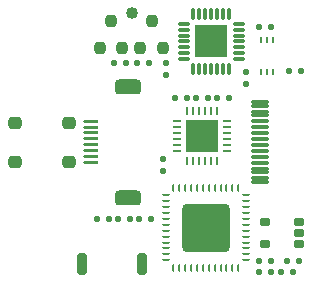
<source format=gtp>
G04*
G04 #@! TF.GenerationSoftware,Altium Limited,Altium Designer,22.0.2 (36)*
G04*
G04 Layer_Color=8421504*
%FSLAX25Y25*%
%MOIN*%
G70*
G04*
G04 #@! TF.SameCoordinates,4AEEF1EB-5C28-47D6-87F3-BA9F17CF17F5*
G04*
G04*
G04 #@! TF.FilePolarity,Positive*
G04*
G01*
G75*
%ADD18C,0.04000*%
%ADD19R,0.11024X0.10630*%
G04:AMPARAMS|DCode=20|XSize=12mil|YSize=38mil|CornerRadius=3mil|HoleSize=0mil|Usage=FLASHONLY|Rotation=270.000|XOffset=0mil|YOffset=0mil|HoleType=Round|Shape=RoundedRectangle|*
%AMROUNDEDRECTD20*
21,1,0.01200,0.03200,0,0,270.0*
21,1,0.00600,0.03800,0,0,270.0*
1,1,0.00600,-0.01600,-0.00300*
1,1,0.00600,-0.01600,0.00300*
1,1,0.00600,0.01600,0.00300*
1,1,0.00600,0.01600,-0.00300*
%
%ADD20ROUNDEDRECTD20*%
G04:AMPARAMS|DCode=21|XSize=12mil|YSize=38mil|CornerRadius=3mil|HoleSize=0mil|Usage=FLASHONLY|Rotation=0.000|XOffset=0mil|YOffset=0mil|HoleType=Round|Shape=RoundedRectangle|*
%AMROUNDEDRECTD21*
21,1,0.01200,0.03200,0,0,0.0*
21,1,0.00600,0.03800,0,0,0.0*
1,1,0.00600,0.00300,-0.01600*
1,1,0.00600,-0.00300,-0.01600*
1,1,0.00600,-0.00300,0.01600*
1,1,0.00600,0.00300,0.01600*
%
%ADD21ROUNDEDRECTD21*%
G04:AMPARAMS|DCode=22|XSize=160mil|YSize=160mil|CornerRadius=16mil|HoleSize=0mil|Usage=FLASHONLY|Rotation=90.000|XOffset=0mil|YOffset=0mil|HoleType=Round|Shape=RoundedRectangle|*
%AMROUNDEDRECTD22*
21,1,0.16000,0.12800,0,0,90.0*
21,1,0.12800,0.16000,0,0,90.0*
1,1,0.03200,0.06400,0.06400*
1,1,0.03200,0.06400,-0.06400*
1,1,0.03200,-0.06400,-0.06400*
1,1,0.03200,-0.06400,0.06400*
%
%ADD22ROUNDEDRECTD22*%
G04:AMPARAMS|DCode=23|XSize=26.57mil|YSize=9.84mil|CornerRadius=2.46mil|HoleSize=0mil|Usage=FLASHONLY|Rotation=90.000|XOffset=0mil|YOffset=0mil|HoleType=Round|Shape=RoundedRectangle|*
%AMROUNDEDRECTD23*
21,1,0.02657,0.00492,0,0,90.0*
21,1,0.02165,0.00984,0,0,90.0*
1,1,0.00492,0.00246,0.01083*
1,1,0.00492,0.00246,-0.01083*
1,1,0.00492,-0.00246,-0.01083*
1,1,0.00492,-0.00246,0.01083*
%
%ADD23ROUNDEDRECTD23*%
G04:AMPARAMS|DCode=24|XSize=26.57mil|YSize=9.84mil|CornerRadius=2.46mil|HoleSize=0mil|Usage=FLASHONLY|Rotation=180.000|XOffset=0mil|YOffset=0mil|HoleType=Round|Shape=RoundedRectangle|*
%AMROUNDEDRECTD24*
21,1,0.02657,0.00492,0,0,180.0*
21,1,0.02165,0.00984,0,0,180.0*
1,1,0.00492,-0.01083,0.00246*
1,1,0.00492,0.01083,0.00246*
1,1,0.00492,0.01083,-0.00246*
1,1,0.00492,-0.01083,-0.00246*
%
%ADD24ROUNDEDRECTD24*%
%ADD25O,0.02756X0.00984*%
%ADD26O,0.00984X0.02756*%
G04:AMPARAMS|DCode=27|XSize=23.62mil|YSize=35mil|CornerRadius=5.91mil|HoleSize=0mil|Usage=FLASHONLY|Rotation=270.000|XOffset=0mil|YOffset=0mil|HoleType=Round|Shape=RoundedRectangle|*
%AMROUNDEDRECTD27*
21,1,0.02362,0.02319,0,0,270.0*
21,1,0.01181,0.03500,0,0,270.0*
1,1,0.01181,-0.01159,-0.00591*
1,1,0.01181,-0.01159,0.00591*
1,1,0.01181,0.01159,0.00591*
1,1,0.01181,0.01159,-0.00591*
%
%ADD27ROUNDEDRECTD27*%
G04:AMPARAMS|DCode=28|XSize=20mil|YSize=20mil|CornerRadius=5mil|HoleSize=0mil|Usage=FLASHONLY|Rotation=270.000|XOffset=0mil|YOffset=0mil|HoleType=Round|Shape=RoundedRectangle|*
%AMROUNDEDRECTD28*
21,1,0.02000,0.01000,0,0,270.0*
21,1,0.01000,0.02000,0,0,270.0*
1,1,0.01000,-0.00500,-0.00500*
1,1,0.01000,-0.00500,0.00500*
1,1,0.01000,0.00500,0.00500*
1,1,0.01000,0.00500,-0.00500*
%
%ADD28ROUNDEDRECTD28*%
G04:AMPARAMS|DCode=29|XSize=59.06mil|YSize=11.81mil|CornerRadius=2.95mil|HoleSize=0mil|Usage=FLASHONLY|Rotation=180.000|XOffset=0mil|YOffset=0mil|HoleType=Round|Shape=RoundedRectangle|*
%AMROUNDEDRECTD29*
21,1,0.05906,0.00591,0,0,180.0*
21,1,0.05315,0.01181,0,0,180.0*
1,1,0.00591,-0.02657,0.00295*
1,1,0.00591,0.02657,0.00295*
1,1,0.00591,0.02657,-0.00295*
1,1,0.00591,-0.02657,-0.00295*
%
%ADD29ROUNDEDRECTD29*%
G04:AMPARAMS|DCode=30|XSize=44mil|YSize=40mil|CornerRadius=10mil|HoleSize=0mil|Usage=FLASHONLY|Rotation=0.000|XOffset=0mil|YOffset=0mil|HoleType=Round|Shape=RoundedRectangle|*
%AMROUNDEDRECTD30*
21,1,0.04400,0.02000,0,0,0.0*
21,1,0.02400,0.04000,0,0,0.0*
1,1,0.02000,0.01200,-0.01000*
1,1,0.02000,-0.01200,-0.01000*
1,1,0.02000,-0.01200,0.01000*
1,1,0.02000,0.01200,0.01000*
%
%ADD30ROUNDEDRECTD30*%
G04:AMPARAMS|DCode=31|XSize=21.65mil|YSize=9.84mil|CornerRadius=2.46mil|HoleSize=0mil|Usage=FLASHONLY|Rotation=270.000|XOffset=0mil|YOffset=0mil|HoleType=Round|Shape=RoundedRectangle|*
%AMROUNDEDRECTD31*
21,1,0.02165,0.00492,0,0,270.0*
21,1,0.01673,0.00984,0,0,270.0*
1,1,0.00492,-0.00246,-0.00837*
1,1,0.00492,-0.00246,0.00837*
1,1,0.00492,0.00246,0.00837*
1,1,0.00492,0.00246,-0.00837*
%
%ADD31ROUNDEDRECTD31*%
G04:AMPARAMS|DCode=32|XSize=86mil|YSize=50mil|CornerRadius=12.5mil|HoleSize=0mil|Usage=FLASHONLY|Rotation=0.000|XOffset=0mil|YOffset=0mil|HoleType=Round|Shape=RoundedRectangle|*
%AMROUNDEDRECTD32*
21,1,0.08600,0.02500,0,0,0.0*
21,1,0.06100,0.05000,0,0,0.0*
1,1,0.02500,0.03050,-0.01250*
1,1,0.02500,-0.03050,-0.01250*
1,1,0.02500,-0.03050,0.01250*
1,1,0.02500,0.03050,0.01250*
%
%ADD32ROUNDEDRECTD32*%
G04:AMPARAMS|DCode=33|XSize=50mil|YSize=10mil|CornerRadius=2.5mil|HoleSize=0mil|Usage=FLASHONLY|Rotation=180.000|XOffset=0mil|YOffset=0mil|HoleType=Round|Shape=RoundedRectangle|*
%AMROUNDEDRECTD33*
21,1,0.05000,0.00500,0,0,180.0*
21,1,0.04500,0.01000,0,0,180.0*
1,1,0.00500,-0.02250,0.00250*
1,1,0.00500,0.02250,0.00250*
1,1,0.00500,0.02250,-0.00250*
1,1,0.00500,-0.02250,-0.00250*
%
%ADD33ROUNDEDRECTD33*%
G04:AMPARAMS|DCode=34|XSize=20mil|YSize=20mil|CornerRadius=5mil|HoleSize=0mil|Usage=FLASHONLY|Rotation=180.000|XOffset=0mil|YOffset=0mil|HoleType=Round|Shape=RoundedRectangle|*
%AMROUNDEDRECTD34*
21,1,0.02000,0.01000,0,0,180.0*
21,1,0.01000,0.02000,0,0,180.0*
1,1,0.01000,-0.00500,0.00500*
1,1,0.01000,0.00500,0.00500*
1,1,0.01000,0.00500,-0.00500*
1,1,0.01000,-0.00500,-0.00500*
%
%ADD34ROUNDEDRECTD34*%
G04:AMPARAMS|DCode=35|XSize=37.4mil|YSize=39.37mil|CornerRadius=9.35mil|HoleSize=0mil|Usage=FLASHONLY|Rotation=0.000|XOffset=0mil|YOffset=0mil|HoleType=Round|Shape=RoundedRectangle|*
%AMROUNDEDRECTD35*
21,1,0.03740,0.02067,0,0,0.0*
21,1,0.01870,0.03937,0,0,0.0*
1,1,0.01870,0.00935,-0.01034*
1,1,0.01870,-0.00935,-0.01034*
1,1,0.01870,-0.00935,0.01034*
1,1,0.01870,0.00935,0.01034*
%
%ADD35ROUNDEDRECTD35*%
G04:AMPARAMS|DCode=36|XSize=31.5mil|YSize=70.87mil|CornerRadius=7.87mil|HoleSize=0mil|Usage=FLASHONLY|Rotation=180.000|XOffset=0mil|YOffset=0mil|HoleType=Round|Shape=RoundedRectangle|*
%AMROUNDEDRECTD36*
21,1,0.03150,0.05512,0,0,180.0*
21,1,0.01575,0.07087,0,0,180.0*
1,1,0.01575,-0.00787,0.02756*
1,1,0.01575,0.00787,0.02756*
1,1,0.01575,0.00787,-0.02756*
1,1,0.01575,-0.00787,-0.02756*
%
%ADD36ROUNDEDRECTD36*%
D18*
X46600Y94900D02*
D03*
D19*
X73000Y85300D02*
D03*
X70000Y53800D02*
D03*
D20*
X63850Y79395D02*
D03*
Y81363D02*
D03*
Y83332D02*
D03*
Y85300D02*
D03*
Y87269D02*
D03*
Y89237D02*
D03*
Y91206D02*
D03*
X82150D02*
D03*
Y89237D02*
D03*
Y87269D02*
D03*
Y85300D02*
D03*
Y83332D02*
D03*
Y81363D02*
D03*
Y79395D02*
D03*
D21*
X67094Y94450D02*
D03*
X69063D02*
D03*
X71031D02*
D03*
X73000D02*
D03*
X74968D02*
D03*
X76937D02*
D03*
X78905D02*
D03*
Y76150D02*
D03*
X76937D02*
D03*
X74968D02*
D03*
X73000D02*
D03*
X71031D02*
D03*
X69063D02*
D03*
X67094D02*
D03*
D22*
X71200Y23200D02*
D03*
D23*
X60373Y9962D02*
D03*
X62342D02*
D03*
X64310D02*
D03*
X66279D02*
D03*
X68247D02*
D03*
X70216D02*
D03*
X72184D02*
D03*
X74153D02*
D03*
X76121D02*
D03*
X78090D02*
D03*
X80058D02*
D03*
X82027D02*
D03*
Y36438D02*
D03*
X80058D02*
D03*
X78090D02*
D03*
X76121D02*
D03*
X74153D02*
D03*
X72184D02*
D03*
X70216D02*
D03*
X68247D02*
D03*
X66279D02*
D03*
X64310D02*
D03*
X62342D02*
D03*
X60373D02*
D03*
D24*
X84438Y12373D02*
D03*
Y14342D02*
D03*
Y16310D02*
D03*
Y18279D02*
D03*
Y20247D02*
D03*
Y22216D02*
D03*
Y24184D02*
D03*
Y26153D02*
D03*
Y28121D02*
D03*
Y30090D02*
D03*
Y32058D02*
D03*
Y34027D02*
D03*
X57962D02*
D03*
Y32058D02*
D03*
Y30090D02*
D03*
Y28121D02*
D03*
Y26153D02*
D03*
Y24184D02*
D03*
Y22216D02*
D03*
Y20247D02*
D03*
Y18279D02*
D03*
Y16310D02*
D03*
Y14342D02*
D03*
Y12373D02*
D03*
D25*
X78268Y48879D02*
D03*
Y50847D02*
D03*
Y52816D02*
D03*
Y54784D02*
D03*
Y56753D02*
D03*
Y58721D02*
D03*
X61732D02*
D03*
Y56753D02*
D03*
Y54784D02*
D03*
Y52816D02*
D03*
Y50847D02*
D03*
Y48879D02*
D03*
D26*
X74921Y62068D02*
D03*
X72953D02*
D03*
X70984D02*
D03*
X69016D02*
D03*
X67047D02*
D03*
X65079D02*
D03*
Y45532D02*
D03*
X67047D02*
D03*
X69016D02*
D03*
X70984D02*
D03*
X72953D02*
D03*
X74921D02*
D03*
D27*
X91005Y25240D02*
D03*
Y17760D02*
D03*
X102406D02*
D03*
Y21500D02*
D03*
Y25240D02*
D03*
D28*
X89000Y8600D02*
D03*
X93000D02*
D03*
X89000Y90000D02*
D03*
X93000D02*
D03*
X103000Y75500D02*
D03*
X99000D02*
D03*
X102406Y12100D02*
D03*
X98405D02*
D03*
X96300Y8600D02*
D03*
X100300D02*
D03*
X89000Y12100D02*
D03*
X93000D02*
D03*
X53000Y26000D02*
D03*
X49000D02*
D03*
X48150Y78100D02*
D03*
X52150D02*
D03*
X44650D02*
D03*
X40650D02*
D03*
X42000Y26000D02*
D03*
X46000D02*
D03*
X35000D02*
D03*
X39000D02*
D03*
X78850Y66300D02*
D03*
X74850D02*
D03*
X67850D02*
D03*
X71850D02*
D03*
X64850D02*
D03*
X60850D02*
D03*
D29*
X89279Y38611D02*
D03*
Y39792D02*
D03*
Y41761D02*
D03*
Y42942D02*
D03*
Y44910D02*
D03*
Y46879D02*
D03*
Y48847D02*
D03*
Y50816D02*
D03*
Y52784D02*
D03*
Y54753D02*
D03*
Y56721D02*
D03*
Y58690D02*
D03*
Y60658D02*
D03*
Y61839D02*
D03*
Y63808D02*
D03*
Y64989D02*
D03*
D30*
X7500Y58200D02*
D03*
Y45200D02*
D03*
X25500D02*
D03*
Y58200D02*
D03*
D31*
X93468Y75087D02*
D03*
X91500D02*
D03*
X89531D02*
D03*
Y85913D02*
D03*
X91500D02*
D03*
X93468D02*
D03*
D32*
X45200Y70263D02*
D03*
Y33137D02*
D03*
D33*
X32800Y58590D02*
D03*
Y56621D02*
D03*
Y54653D02*
D03*
Y52684D02*
D03*
Y50716D02*
D03*
Y48747D02*
D03*
Y46779D02*
D03*
Y44810D02*
D03*
D34*
X84500Y75000D02*
D03*
Y71000D02*
D03*
X58000Y78000D02*
D03*
Y74000D02*
D03*
X57000Y42000D02*
D03*
Y46000D02*
D03*
D35*
X35910Y83171D02*
D03*
X43390Y83171D02*
D03*
X39650Y92029D02*
D03*
X49410Y83171D02*
D03*
X56890Y83171D02*
D03*
X53150Y92029D02*
D03*
D36*
X29909Y11000D02*
D03*
X50000D02*
D03*
M02*

</source>
